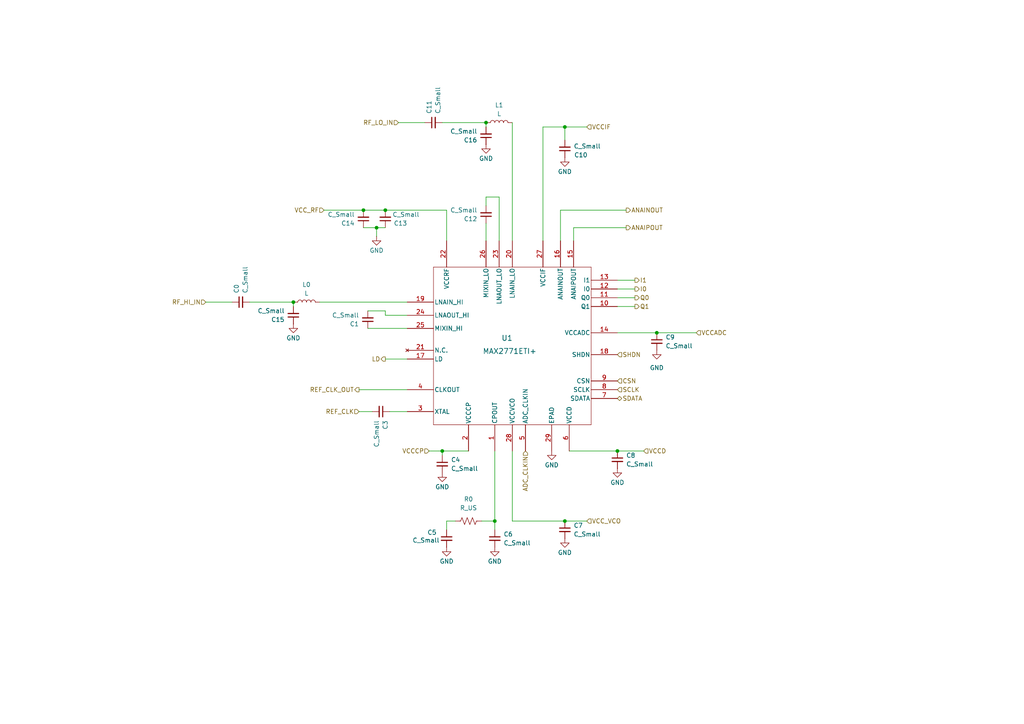
<source format=kicad_sch>
(kicad_sch (version 20250114) (generator "eeschema") (generator_version "9.0")
  (paper "A4")
  (title_block (title "MAX2771ETI+ module"))
  (lib_symbols
    (symbol "Device:C_Small" (pin_numbers (hide yes)) (pin_names (offset 0.254) (hide yes))
      (property "Reference" "C" (at 0.254 1.778 0))
      (property "Value" "C_Small" (at 0.254 -2.032 0))
      (symbol "C_Small_0_1"
        (polyline (pts (xy -1.524 0.508) (xy 1.524 0.508)) (stroke (width 0.3048)))
        (polyline (pts (xy -1.524 -0.508) (xy 1.524 -0.508)) (stroke (width 0.3302)))
      )
      (symbol "C_Small_1_1"
        (pin passive line (at 0 2.54 270) (length 2.032) (name "~") (number "1"))
        (pin passive line (at 0 -2.54 90) (length 2.032) (name "~") (number "2"))
      )
    )
    (symbol "Device:L" (pin_numbers (hide yes)) (pin_names (offset 1.016) (hide yes))
      (property "Reference" "L" (at -1.27 0 90))
      (property "Value" "L" (at 1.905 0 90))
      (symbol "L_0_1"
        (arc (start 0 2.54) (mid 0.6323 1.905) (end 0 1.27))
        (arc (start 0 1.27) (mid 0.6323 0.635) (end 0 0))
        (arc (start 0 0) (mid 0.6323 -0.635) (end 0 -1.27))
        (arc (start 0 -1.27) (mid 0.6323 -1.905) (end 0 -2.54))
      )
      (symbol "L_1_1"
        (pin passive line (at 0 3.81 270) (length 1.27) (name "1") (number "1"))
        (pin passive line (at 0 -3.81 90) (length 1.27) (name "2") (number "2"))
      )
    )
    (symbol "Device:R_US" (pin_numbers (hide yes)) (pin_names (offset 0))
      (property "Reference" "R" (at 2.54 0 90))
      (property "Value" "R_US" (at -2.54 0 90))
      (symbol "R_US_0_1"
        (polyline (pts (xy 0 2.286) (xy 0 2.54)))
        (polyline (pts (xy 0 2.286) (xy 1.016 1.905) (xy 0 1.524) (xy -1.016 1.143) (xy 0 0.762)))
        (polyline (pts (xy 0 0.762) (xy 1.016 0.381) (xy 0 0) (xy -1.016 -0.381) (xy 0 -0.762)))
        (polyline (pts (xy 0 -0.762) (xy 1.016 -1.143) (xy 0 -1.524) (xy -1.016 -1.905) (xy 0 -2.286)))
        (polyline (pts (xy 0 -2.286) (xy 0 -2.54)))
      )
      (symbol "R_US_1_1"
        (pin passive line (at 0 3.81 270) (length 1.27) (name "~") (number "1"))
        (pin passive line (at 0 -3.81 90) (length 1.27) (name "~") (number "2"))
      )
    )
    (symbol "max2771eti+:MAX2771ETI+" (pin_names (offset 0.254))
      (property "Reference" "U" (at 28.194 -13.208 0))
      (property "Value" "MAX2771ETI+" (at 29.464 -15.494 0))
      (symbol "MAX2771ETI+_0_1"
        (polyline (pts (xy 7.62 5.08) (xy 7.62 -40.64)) (stroke (width 0.127)))
        (polyline (pts (xy 7.62 -40.64) (xy 53.34 -40.64)) (stroke (width 0.127)))
        (polyline (pts (xy 53.34 5.08) (xy 7.62 5.08)) (stroke (width 0.127)))
        (polyline (pts (xy 53.34 -40.64) (xy 53.34 5.08)) (stroke (width 0.127)))
        (pin unspecified line (at 0 -5.08 0) (length 7.62) (name "LNAIN_HI") (number "19"))
        (pin output line (at 0 -8.89 0) (length 7.62) (name "LNAOUT_HI") (number "24"))
        (pin unspecified line (at 0 -12.7 0) (length 7.62) (name "MIXIN_HI") (number "25"))
        (pin no_connect line (at 0 -19.05 0) (length 7.62) (name "N.C.") (number "21"))
        (pin unspecified line (at 0 -21.59 0) (length 7.62) (name "LD") (number "17"))
        (pin output line (at 0 -30.48 0) (length 7.62) (name "CLKOUT") (number "4"))
        (pin unspecified line (at 0 -36.83 0) (length 7.62) (name "XTAL") (number "3"))
        (pin power_in line (at 11.43 12.7 270) (length 7.62) (name "VCCRF") (number "22"))
        (pin power_in line (at 17.78 -48.26 90) (length 7.62) (name "VCCCP") (number "2"))
        (pin unspecified line (at 22.86 12.7 270) (length 7.62) (name "MIXIN_LO") (number "26"))
        (pin output line (at 25.4 -48.26 90) (length 7.62) (name "CPOUT") (number "1"))
        (pin output line (at 26.67 12.7 270) (length 7.62) (name "LNAOUT_LO") (number "23"))
        (pin unspecified line (at 30.48 12.7 270) (length 7.62) (name "LNAIN_LO") (number "20"))
        (pin power_in line (at 30.48 -48.26 90) (length 7.62) (name "VCCVCO") (number "28"))
        (pin unspecified line (at 34.29 -48.26 90) (length 7.62) (name "ADC_CLKIN") (number "5"))
        (pin power_in line (at 39.37 12.7 270) (length 7.62) (name "VCCIF") (number "27"))
        (pin unspecified line (at 41.91 -48.26 90) (length 7.62) (name "EPAD") (number "29"))
        (pin output line (at 44.45 12.7 270) (length 7.62) (name "ANAINOUT") (number "16"))
        (pin power_in line (at 46.99 -48.26 90) (length 7.62) (name "VCCD") (number "6"))
        (pin output line (at 48.26 12.7 270) (length 7.62) (name "ANAIPOUT") (number "15"))
        (pin bidirectional line (at 60.96 1.27 180) (length 7.62) (name "I1") (number "13"))
        (pin bidirectional line (at 60.96 -1.27 180) (length 7.62) (name "I0") (number "12"))
        (pin bidirectional line (at 60.96 -3.81 180) (length 7.62) (name "Q0") (number "11"))
        (pin bidirectional line (at 60.96 -6.35 180) (length 7.62) (name "Q1") (number "10"))
        (pin power_in line (at 60.96 -13.97 180) (length 7.62) (name "VCCADC") (number "14"))
        (pin unspecified line (at 60.96 -20.32 180) (length 7.62) (name "SHDN") (number "18"))
        (pin unspecified line (at 60.96 -27.94 180) (length 7.62) (name "CSN") (number "9"))
        (pin unspecified line (at 60.96 -30.48 180) (length 7.62) (name "SCLK") (number "8"))
        (pin unspecified line (at 60.96 -33.02 180) (length 7.62) (name "SDATA") (number "7"))
      )
    )
    (symbol "power:GND" (power) (pin_numbers (hide yes)) (pin_names (offset 0) (hide yes))
      (property "Value" "GND" (at 0 -3.81 0))
      (symbol "GND_0_1"
        (polyline (pts (xy 0 0) (xy 0 -1.27) (xy 1.27 -1.27) (xy 0 -2.54) (xy -1.27 -1.27) (xy 0 -1.27)))
      )
      (symbol "GND_1_1"
        (pin power_in line (at 0 0 270) (length 0) (name "~") (number "1"))
      )
    )
  )
  (junction (at 163.83 36.83))
  (junction (at 140.97 35.56))
  (junction (at 163.83 151.13))
  (junction (at 85.09 87.63))
  (junction (at 111.76 60.96))
  (junction (at 105.41 60.96))
  (junction (at 179.07 130.81))
  (junction (at 190.5 96.52))
  (junction (at 128.27 130.81))
  (junction (at 109.22 66.04))
  (junction (at 143.51 151.13))
  (wire (pts (xy 105.41 66.04) (xy 109.22 66.04)))
  (wire (pts (xy 111.76 60.96) (xy 129.54 60.96)))
  (wire (pts (xy 128.27 35.56) (xy 140.97 35.56)))
  (wire (pts (xy 72.39 87.63) (xy 85.09 87.63)))
  (wire (pts (xy 165.1 130.81) (xy 179.07 130.81)))
  (wire (pts (xy 129.54 153.67) (xy 129.54 151.13)))
  (wire (pts (xy 140.97 36.83) (xy 140.97 35.56)))
  (wire (pts (xy 179.07 81.28) (xy 184.15 81.28)))
  (wire (pts (xy 179.07 86.36) (xy 184.15 86.36)))
  (wire (pts (xy 179.07 130.81) (xy 186.69 130.81)))
  (wire (pts (xy 111.76 104.14) (xy 118.11 104.14)))
  (wire (pts (xy 104.14 113.03) (xy 118.11 113.03)))
  (wire (pts (xy 129.54 60.96) (xy 129.54 69.85)))
  (wire (pts (xy 59.69 87.63) (xy 67.31 87.63)))
  (wire (pts (xy 140.97 59.69) (xy 140.97 57.15)))
  (wire (pts (xy 163.83 36.83) (xy 157.48 36.83)))
  (wire (pts (xy 140.97 64.77) (xy 140.97 69.85)))
  (wire (pts (xy 106.68 90.17) (xy 111.76 90.17)))
  (wire (pts (xy 92.71 87.63) (xy 118.11 87.63)))
  (wire (pts (xy 166.37 66.04) (xy 181.61 66.04)))
  (wire (pts (xy 128.27 130.81) (xy 128.27 132.08)))
  (wire (pts (xy 148.59 35.56) (xy 148.59 69.85)))
  (wire (pts (xy 109.22 66.04) (xy 109.22 68.58)))
  (wire (pts (xy 162.56 60.96) (xy 162.56 69.85)))
  (wire (pts (xy 143.51 151.13) (xy 143.51 153.67)))
  (wire (pts (xy 129.54 151.13) (xy 132.08 151.13)))
  (wire (pts (xy 163.83 151.13) (xy 148.59 151.13)))
  (wire (pts (xy 170.18 36.83) (xy 163.83 36.83)))
  (wire (pts (xy 106.68 95.25) (xy 118.11 95.25)))
  (wire (pts (xy 143.51 130.81) (xy 143.51 151.13)))
  (wire (pts (xy 140.97 57.15) (xy 144.78 57.15)))
  (wire (pts (xy 179.07 96.52) (xy 190.5 96.52)))
  (wire (pts (xy 104.14 119.38) (xy 107.95 119.38)))
  (wire (pts (xy 179.07 83.82) (xy 184.15 83.82)))
  (wire (pts (xy 115.57 35.56) (xy 123.19 35.56)))
  (wire (pts (xy 111.76 91.44) (xy 118.11 91.44)))
  (wire (pts (xy 166.37 69.85) (xy 166.37 66.04)))
  (wire (pts (xy 135.89 130.81) (xy 128.27 130.81)))
  (wire (pts (xy 85.09 88.9) (xy 85.09 87.63)))
  (wire (pts (xy 139.7 151.13) (xy 143.51 151.13)))
  (wire (pts (xy 190.5 96.52) (xy 201.93 96.52)))
  (wire (pts (xy 105.41 60.96) (xy 111.76 60.96)))
  (wire (pts (xy 181.61 60.96) (xy 162.56 60.96)))
  (wire (pts (xy 124.46 130.81) (xy 128.27 130.81)))
  (wire (pts (xy 148.59 151.13) (xy 148.59 130.81)))
  (wire (pts (xy 93.98 60.96) (xy 105.41 60.96)))
  (wire (pts (xy 144.78 57.15) (xy 144.78 69.85)))
  (wire (pts (xy 113.03 119.38) (xy 118.11 119.38)))
  (wire (pts (xy 111.76 90.17) (xy 111.76 91.44)))
  (wire (pts (xy 170.18 151.13) (xy 163.83 151.13)))
  (wire (pts (xy 157.48 36.83) (xy 157.48 69.85)))
  (wire (pts (xy 179.07 88.9) (xy 184.15 88.9)))
  (wire (pts (xy 109.22 66.04) (xy 111.76 66.04)))
  (wire (pts (xy 163.83 36.83) (xy 163.83 40.64)))
  (hierarchical_label "VCC_VCO" (shape input) (at 170.18 151.13 0))
  (hierarchical_label "VCCCP" (shape input) (at 124.46 130.81 180))
  (hierarchical_label "I0" (shape output) (at 184.15 83.82 0))
  (hierarchical_label "Q1" (shape output) (at 184.15 88.9 0))
  (hierarchical_label "REF_CLK_OUT" (shape output) (at 104.14 113.03 180))
  (hierarchical_label "SCLK" (shape input) (at 179.07 113.03 0))
  (hierarchical_label "VCC_RF" (shape input) (at 93.98 60.96 180))
  (hierarchical_label "VCCADC" (shape input) (at 201.93 96.52 0))
  (hierarchical_label "Q0" (shape output) (at 184.15 86.36 0))
  (hierarchical_label "RF_LO_IN" (shape input) (at 115.57 35.56 180))
  (hierarchical_label "SHDN" (shape input) (at 179.07 102.87 0))
  (hierarchical_label "LD" (shape output) (at 111.76 104.14 180))
  (hierarchical_label "VCCD" (shape input) (at 186.69 130.81 0))
  (hierarchical_label "VCCIF" (shape input) (at 170.18 36.83 0))
  (hierarchical_label "SDATA" (shape bidirectional) (at 179.07 115.57 0))
  (hierarchical_label "ANAIPOUT" (shape output) (at 181.61 66.04 0))
  (hierarchical_label "RF_HI_IN" (shape input) (at 59.69 87.63 180))
  (hierarchical_label "ADC_CLKIN" (shape input) (at 152.4 130.81 270))
  (hierarchical_label "I1" (shape output) (at 184.15 81.28 0))
  (hierarchical_label "ANAINOUT" (shape output) (at 181.61 60.96 0))
  (hierarchical_label "REF_CLK" (shape input) (at 104.14 119.38 180))
  (hierarchical_label "CSN" (shape input) (at 179.07 110.49 0))
  (symbol (lib_id "Device:C_Small") (at 140.97 39.37 180) (unit 1)
    (property "Reference" "C16" (at 138.43 40.6338 0) (effects (justify left)))
    (property "Value" "C_Small" (at 138.43 38.0938 0) (effects (justify left)))
    (property "Description" "Unpolarized capacitor, small symbol" (effects (hide yes)))
  )
  (symbol (lib_id "power:GND") (at 109.22 68.58 0) (unit 1)
    (property "Reference" "#PWR09" (effects (hide yes)))
    (property "Value" "GND" (at 109.22 72.644 0))
    (property "Description" "Power symbol creates a global label with name \"GND\" , ground" (effects (hide yes)))
  )
  (symbol (lib_id "power:GND") (at 190.5 101.6 0) (unit 1)
    (property "Reference" "#PWR01" (effects (hide yes)))
    (property "Value" "GND" (at 190.5 106.68 0))
    (property "Description" "Power symbol creates a global label with name \"GND\" , ground" (effects (hide yes)))
  )
  (symbol (lib_id "Device:C_Small") (at 69.85 87.63 90) (unit 1)
    (property "Reference" "C0" (at 68.5862 85.09 0) (effects (justify left)))
    (property "Value" "C_Small" (at 71.1262 85.09 0) (effects (justify left)))
    (property "Description" "Unpolarized capacitor, small symbol" (effects (hide yes)))
  )
  (symbol (lib_id "Device:R_US") (at 135.89 151.13 90) (unit 1)
    (property "Reference" "R0" (at 135.89 144.78 90))
    (property "Value" "R_US" (at 135.89 147.32 90))
    (property "Description" "Resistor, US symbol" (effects (hide yes)))
  )
  (symbol (lib_id "power:GND") (at 160.02 130.81 0) (unit 1)
    (property "Reference" "#PWR02" (effects (hide yes)))
    (property "Value" "GND" (at 160.02 134.874 0))
    (property "Description" "Power symbol creates a global label with name \"GND\" , ground" (effects (hide yes)))
  )
  (symbol (lib_id "Device:C_Small") (at 110.49 119.38 270) (unit 1)
    (property "Reference" "C3" (at 111.7538 121.92 0) (effects (justify left)))
    (property "Value" "C_Small" (at 109.2138 121.92 0) (effects (justify left)))
    (property "Description" "Unpolarized capacitor, small symbol" (effects (hide yes)))
  )
  (symbol (lib_id "Device:C_Small") (at 143.51 156.21 0) (unit 1)
    (property "Reference" "C6" (at 146.05 154.9462 0) (effects (justify left)))
    (property "Value" "C_Small" (at 146.05 157.4862 0) (effects (justify left)))
    (property "Description" "Unpolarized capacitor, small symbol" (effects (hide yes)))
  )
  (symbol (lib_id "power:GND") (at 85.09 93.98 0) (unit 1)
    (property "Reference" "#PWR08" (effects (hide yes)))
    (property "Value" "GND" (at 85.09 98.044 0))
    (property "Description" "Power symbol creates a global label with name \"GND\" , ground" (effects (hide yes)))
  )
  (symbol (lib_id "power:GND") (at 128.27 137.16 0) (unit 1)
    (property "Reference" "#PWR07" (effects (hide yes)))
    (property "Value" "GND" (at 128.27 141.224 0))
    (property "Description" "Power symbol creates a global label with name \"GND\" , ground" (effects (hide yes)))
  )
  (symbol (lib_id "power:GND") (at 163.83 45.72 0) (unit 1)
    (property "Reference" "#PWR011" (effects (hide yes)))
    (property "Value" "GND" (at 163.83 49.784 0))
    (property "Description" "Power symbol creates a global label with name \"GND\" , ground" (effects (hide yes)))
  )
  (symbol (lib_id "power:GND") (at 163.83 156.21 0) (unit 1)
    (property "Reference" "#PWR04" (effects (hide yes)))
    (property "Value" "GND" (at 163.83 160.274 0))
    (property "Description" "Power symbol creates a global label with name \"GND\" , ground" (effects (hide yes)))
  )
  (symbol (lib_id "Device:C_Small") (at 106.68 92.71 180) (unit 1)
    (property "Reference" "C1" (at 104.14 93.9738 0) (effects (justify left)))
    (property "Value" "C_Small" (at 104.14 91.4338 0) (effects (justify left)))
    (property "Description" "Unpolarized capacitor, small symbol" (effects (hide yes)))
  )
  (symbol (lib_id "Device:C_Small") (at 140.97 62.23 180) (unit 1)
    (property "Reference" "C12" (at 138.43 63.4938 0) (effects (justify left)))
    (property "Value" "C_Small" (at 138.43 60.9538 0) (effects (justify left)))
    (property "Description" "Unpolarized capacitor, small symbol" (effects (hide yes)))
  )
  (symbol (lib_id "Device:C_Small") (at 190.5 99.06 0) (unit 1)
    (property "Reference" "C9" (at 193.04 97.7962 0) (effects (justify left)))
    (property "Value" "C_Small" (at 193.04 100.3362 0) (effects (justify left)))
    (property "Description" "Unpolarized capacitor, small symbol" (effects (hide yes)))
  )
  (symbol (lib_id "Device:L") (at 88.9 87.63 90) (unit 1)
    (property "Reference" "L0" (at 88.9 82.55 90))
    (property "Value" "L" (at 88.9 85.09 90))
    (property "Description" "Inductor" (effects (hide yes)))
  )
  (symbol (lib_id "max2771eti+:MAX2771ETI+") (at 118.11 82.55 0) (unit 1)
    (property "Reference" "U1" (at 147.066 98.044 0) (effects (font (size 1.524 1.524))))
    (property "Value" "MAX2771ETI+" (at 147.828 101.854 0) (effects (font (size 1.524 1.524))))
    (property "Footprint" "21-0140L_T2855-8_MXM" (effects (hide yes)))
    (property "Datasheet" "MAX2771ETI+" (effects (hide yes)))
  )
  (symbol (lib_id "Device:C_Small") (at 179.07 133.35 0) (unit 1)
    (property "Reference" "C8" (at 181.61 132.0862 0) (effects (justify left)))
    (property "Value" "C_Small" (at 181.61 134.6262 0) (effects (justify left)))
    (property "Description" "Unpolarized capacitor, small symbol" (effects (hide yes)))
  )
  (symbol (lib_id "power:GND") (at 140.97 41.91 0) (unit 1)
    (property "Reference" "#PWR010" (effects (hide yes)))
    (property "Value" "GND" (at 140.97 45.974 0))
    (property "Description" "Power symbol creates a global label with name \"GND\" , ground" (effects (hide yes)))
  )
  (symbol (lib_id "power:GND") (at 129.54 158.75 0) (unit 1)
    (property "Reference" "#PWR06" (effects (hide yes)))
    (property "Value" "GND" (at 129.54 162.814 0))
    (property "Description" "Power symbol creates a global label with name \"GND\" , ground" (effects (hide yes)))
  )
  (symbol (lib_id "Device:C_Small") (at 163.83 153.67 0) (unit 1)
    (property "Reference" "C7" (at 166.37 152.4062 0) (effects (justify left)))
    (property "Value" "C_Small" (at 166.37 154.9462 0) (effects (justify left)))
    (property "Description" "Unpolarized capacitor, small symbol" (effects (hide yes)))
  )
  (symbol (lib_id "power:GND") (at 179.07 135.89 0) (unit 1)
    (property "Reference" "#PWR03" (effects (hide yes)))
    (property "Value" "GND" (at 179.07 139.954 0))
    (property "Description" "Power symbol creates a global label with name \"GND\" , ground" (effects (hide yes)))
  )
  (symbol (lib_id "Device:C_Small") (at 128.27 134.62 0) (unit 1)
    (property "Reference" "C4" (at 130.81 133.3562 0) (effects (justify left)))
    (property "Value" "C_Small" (at 130.81 135.8962 0) (effects (justify left)))
    (property "Description" "Unpolarized capacitor, small symbol" (effects (hide yes)))
  )
  (symbol (lib_id "Device:L") (at 144.78 35.56 90) (unit 1)
    (property "Reference" "L1" (at 144.78 30.48 90))
    (property "Value" "L" (at 144.78 33.02 90))
    (property "Description" "Inductor" (effects (hide yes)))
  )
  (symbol (lib_id "Device:C_Small") (at 105.41 63.5 180) (unit 1)
    (property "Reference" "C14" (at 102.87 64.7638 0) (effects (justify left)))
    (property "Value" "C_Small" (at 102.87 62.2238 0) (effects (justify left)))
    (property "Description" "Unpolarized capacitor, small symbol" (effects (hide yes)))
  )
  (symbol (lib_id "Device:C_Small") (at 125.73 35.56 90) (unit 1)
    (property "Reference" "C11" (at 124.4662 33.02 0) (effects (justify left)))
    (property "Value" "C_Small" (at 127.0062 33.02 0) (effects (justify left)))
    (property "Description" "Unpolarized capacitor, small symbol" (effects (hide yes)))
  )
  (symbol (lib_id "Device:C_Small") (at 111.76 63.5 180) (unit 1)
    (property "Reference" "C13" (at 118.11 64.77 0) (effects (justify left)))
    (property "Value" "C_Small" (at 121.666 62.23 0) (effects (justify left)))
    (property "Description" "Unpolarized capacitor, small symbol" (effects (hide yes)))
  )
  (symbol (lib_id "Device:C_Small") (at 85.09 91.44 180) (unit 1)
    (property "Reference" "C15" (at 82.55 92.7038 0) (effects (justify left)))
    (property "Value" "C_Small" (at 82.55 90.1638 0) (effects (justify left)))
    (property "Description" "Unpolarized capacitor, small symbol" (effects (hide yes)))
  )
  (symbol (lib_id "Device:C_Small") (at 129.54 156.21 0) (unit 1)
    (property "Reference" "C5" (at 123.952 154.432 0) (effects (justify left)))
    (property "Value" "C_Small" (at 119.634 156.718 0) (effects (justify left)))
    (property "Description" "Unpolarized capacitor, small symbol" (effects (hide yes)))
  )
  (symbol (lib_id "power:GND") (at 143.51 158.75 0) (unit 1)
    (property "Reference" "#PWR05" (effects (hide yes)))
    (property "Value" "GND" (at 143.51 162.814 0))
    (property "Description" "Power symbol creates a global label with name \"GND\" , ground" (effects (hide yes)))
  )
  (symbol (lib_id "Device:C_Small") (at 163.83 43.18 180) (unit 1)
    (property "Reference" "C10" (at 170.434 44.958 0) (effects (justify left)))
    (property "Value" "C_Small" (at 174.244 42.418 0) (effects (justify left)))
    (property "Description" "Unpolarized capacitor, small symbol" (effects (hide yes)))
  )
)
</source>
